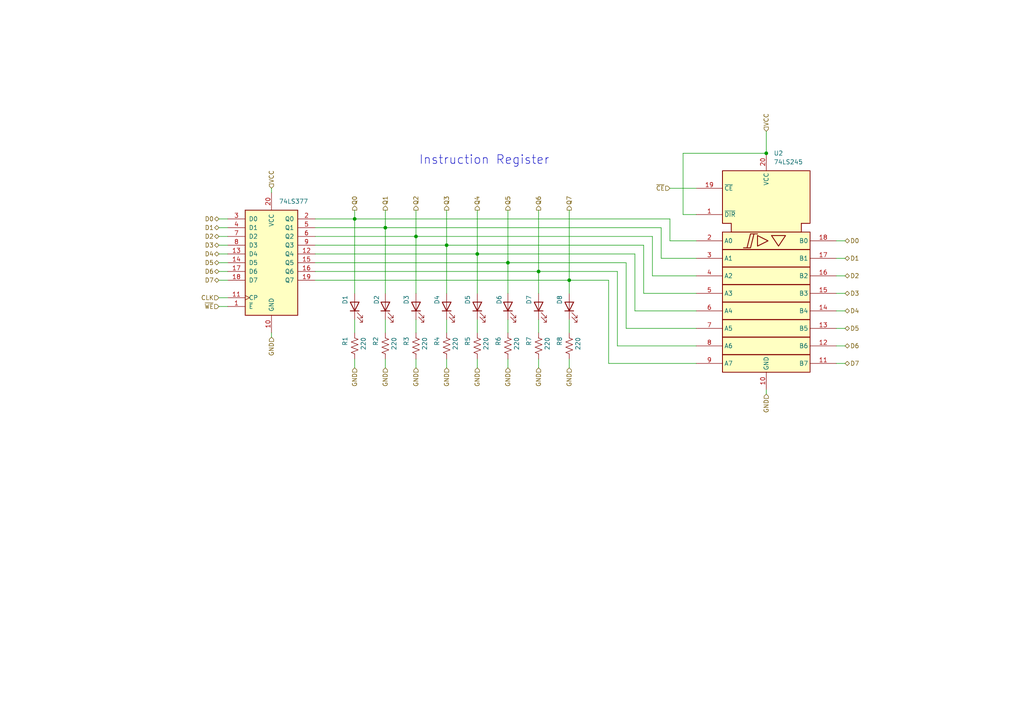
<source format=kicad_sch>
(kicad_sch (version 20250114) (generator "eeschema") (generator_version "9.0")
  (paper "A4")
  (title_block (title "Instruction Register") (date "2025-11-14") (rev "1.0") (company "Marco Vettigli"))
  (lib_symbols
    (symbol "74xx:74LS377" (pin_names (offset 1.016))
      (property "Reference" "U" (at -7.62 16.51 0))
      (property "Value" "74LS377" (at -7.62 -16.51 0))
      (symbol "74LS377_1_0"
        (pin input line (at -12.7 12.7 0) (length 5.08) (name "D0") (number "3"))
        (pin input line (at -12.7 10.16 0) (length 5.08) (name "D1") (number "4"))
        (pin input line (at -12.7 7.62 0) (length 5.08) (name "D2") (number "7"))
        (pin input line (at -12.7 5.08 0) (length 5.08) (name "D3") (number "8"))
        (pin input line (at -12.7 2.54 0) (length 5.08) (name "D4") (number "13"))
        (pin input line (at -12.7 0 0) (length 5.08) (name "D5") (number "14"))
        (pin input line (at -12.7 -2.54 0) (length 5.08) (name "D6") (number "17"))
        (pin input line (at -12.7 -5.08 0) (length 5.08) (name "D7") (number "18"))
        (pin input clock (at -12.7 -10.16 0) (length 5.08) (name "CP") (number "11"))
        (pin input line (at -12.7 -12.7 0) (length 5.08) (name "~{E}") (number "1"))
        (pin power_in line (at 0 20.32 270) (length 5.08) (name "VCC") (number "20"))
        (pin power_in line (at 0 -20.32 90) (length 5.08) (name "GND") (number "10"))
        (pin output line (at 12.7 12.7 180) (length 5.08) (name "Q0") (number "2"))
        (pin output line (at 12.7 10.16 180) (length 5.08) (name "Q1") (number "5"))
        (pin output line (at 12.7 7.62 180) (length 5.08) (name "Q2") (number "6"))
        (pin output line (at 12.7 5.08 180) (length 5.08) (name "Q3") (number "9"))
        (pin output line (at 12.7 2.54 180) (length 5.08) (name "Q4") (number "12"))
        (pin output line (at 12.7 0 180) (length 5.08) (name "Q5") (number "15"))
        (pin output line (at 12.7 -2.54 180) (length 5.08) (name "Q6") (number "16"))
        (pin output line (at 12.7 -5.08 180) (length 5.08) (name "Q7") (number "19"))
      )
      (symbol "74LS377_1_1"
        (rectangle (start -7.62 15.24) (end 7.62 -15.24) (stroke (width 0.254)) (fill (type background)))
      )
    )
    (symbol "74xx_IEEE:74LS245"
      (property "Reference" "U" (at 15.24 25.4 0))
      (property "Value" "74LS245" (at 5.08 -30.48 0))
      (symbol "74LS245_0_0"
        (polyline (pts (xy -6.604 10.668) (xy -4.572 10.668) (xy -3.556 14.732) (xy -2.54 14.732) (xy -4.572 14.732) (xy -5.588 10.668) (xy -5.588 10.668)) (stroke (width 0.254)) (fill (type background)))
        (polyline (pts (xy -2.54 14.224) (xy -2.54 11.176) (xy 0.508 12.7) (xy -2.54 14.224) (xy -2.54 14.224)) (stroke (width 0.254)) (fill (type background)))
        (polyline (pts (xy 1.524 14.224) (xy 5.588 14.224) (xy 3.556 11.176) (xy 1.524 14.224) (xy 1.524 14.224)) (stroke (width 0.254)) (fill (type background)))
        (pin power_in line (at 0 38.1 270) (length 5.08) (name "VCC") (number "20"))
        (pin power_in line (at 0 -30.48 90) (length 5.08) (name "GND") (number "10"))
      )
      (symbol "74LS245_0_1"
        (rectangle (start -12.7 15.24) (end 12.7 10.16) (stroke (width 0.254)) (fill (type background)))
        (rectangle (start -12.7 10.16) (end 12.7 5.08) (stroke (width 0.254)) (fill (type background)))
        (rectangle (start -12.7 5.08) (end 12.7 0) (stroke (width 0.254)) (fill (type background)))
        (rectangle (start -12.7 0) (end 12.7 -5.08) (stroke (width 0.254)) (fill (type background)))
        (rectangle (start -12.7 -5.08) (end 12.7 -10.16) (stroke (width 0.254)) (fill (type background)))
        (rectangle (start -12.7 -10.16) (end 12.7 -15.24) (stroke (width 0.254)) (fill (type background)))
        (rectangle (start -12.7 -15.24) (end 12.7 -20.32) (stroke (width 0.254)) (fill (type background)))
        (rectangle (start -12.7 -20.32) (end 12.7 -25.4) (stroke (width 0.254)) (fill (type background)))
        (polyline (pts (xy -10.16 15.24) (xy -10.16 17.78) (xy -12.7 17.78) (xy -12.7 33.02) (xy 12.7 33.02) (xy 12.7 17.78) (xy 10.16 17.78) (xy 10.16 15.24) (xy 10.16 15.24)) (stroke (width 0.254)) (fill (type background)))
      )
      (symbol "74LS245_1_1"
        (pin input line (at -20.32 27.94 0) (length 7.62) (name "~{CE}") (number "19"))
        (pin input line (at -20.32 20.32 0) (length 7.62) (name "~{DIR}") (number "1"))
        (pin tri_state line (at -20.32 12.7 0) (length 7.62) (name "A0") (number "2"))
        (pin tri_state line (at -20.32 7.62 0) (length 7.62) (name "A1") (number "3"))
        (pin tri_state line (at -20.32 2.54 0) (length 7.62) (name "A2") (number "4"))
        (pin tri_state line (at -20.32 -2.54 0) (length 7.62) (name "A3") (number "5"))
        (pin tri_state line (at -20.32 -7.62 0) (length 7.62) (name "A4") (number "6"))
        (pin tri_state line (at -20.32 -12.7 0) (length 7.62) (name "A5") (number "7"))
        (pin tri_state line (at -20.32 -17.78 0) (length 7.62) (name "A6") (number "8"))
        (pin tri_state line (at -20.32 -22.86 0) (length 7.62) (name "A7") (number "9"))
        (pin tri_state line (at 20.32 12.7 180) (length 7.62) (name "B0") (number "18"))
        (pin tri_state line (at 20.32 7.62 180) (length 7.62) (name "B1") (number "17"))
        (pin tri_state line (at 20.32 2.54 180) (length 7.62) (name "B2") (number "16"))
        (pin tri_state line (at 20.32 -2.54 180) (length 7.62) (name "B3") (number "15"))
        (pin tri_state line (at 20.32 -7.62 180) (length 7.62) (name "B4") (number "14"))
        (pin tri_state line (at 20.32 -12.7 180) (length 7.62) (name "B5") (number "13"))
        (pin tri_state line (at 20.32 -17.78 180) (length 7.62) (name "B6") (number "12"))
        (pin tri_state line (at 20.32 -22.86 180) (length 7.62) (name "B7") (number "11"))
      )
    )
    (symbol "Device:LED" (pin_numbers (hide yes)) (pin_names (offset 1.016) (hide yes))
      (property "Reference" "D" (at 0 2.54 0))
      (property "Value" "LED" (at 0 -2.54 0))
      (symbol "LED_0_1"
        (polyline (pts (xy -3.048 -0.762) (xy -4.572 -2.286) (xy -3.81 -2.286) (xy -4.572 -2.286) (xy -4.572 -1.524)))
        (polyline (pts (xy -1.778 -0.762) (xy -3.302 -2.286) (xy -2.54 -2.286) (xy -3.302 -2.286) (xy -3.302 -1.524)))
        (polyline (pts (xy -1.27 0) (xy 1.27 0)))
        (polyline (pts (xy -1.27 -1.27) (xy -1.27 1.27)) (stroke (width 0.254)))
        (polyline (pts (xy 1.27 -1.27) (xy 1.27 1.27) (xy -1.27 0) (xy 1.27 -1.27)) (stroke (width 0.254)))
      )
      (symbol "LED_1_1"
        (pin passive line (at -3.81 0 0) (length 2.54) (name "K") (number "1"))
        (pin passive line (at 3.81 0 180) (length 2.54) (name "A") (number "2"))
      )
    )
    (symbol "Device:R_US" (pin_numbers (hide yes)) (pin_names (offset 0))
      (property "Reference" "R" (at 2.54 0 90))
      (property "Value" "R_US" (at -2.54 0 90))
      (symbol "R_US_0_1"
        (polyline (pts (xy 0 2.286) (xy 0 2.54)))
        (polyline (pts (xy 0 2.286) (xy 1.016 1.905) (xy 0 1.524) (xy -1.016 1.143) (xy 0 0.762)))
        (polyline (pts (xy 0 0.762) (xy 1.016 0.381) (xy 0 0) (xy -1.016 -0.381) (xy 0 -0.762)))
        (polyline (pts (xy 0 -0.762) (xy 1.016 -1.143) (xy 0 -1.524) (xy -1.016 -1.905) (xy 0 -2.286)))
        (polyline (pts (xy 0 -2.286) (xy 0 -2.54)))
      )
      (symbol "R_US_1_1"
        (pin passive line (at 0 3.81 270) (length 1.27) (name "~") (number "1"))
        (pin passive line (at 0 -3.81 90) (length 1.27) (name "~") (number "2"))
      )
    )
  )
  (text "Instruction Register" (at 140.462 46.482 0) (effects (font (size 2.54 2.54))))
  (junction (at 165.1 81.28))
  (junction (at 102.87 63.5))
  (junction (at 111.76 66.04))
  (junction (at 147.32 76.2))
  (junction (at 138.43 73.66))
  (junction (at 120.65 68.58))
  (junction (at 156.21 78.74))
  (junction (at 222.25 44.45))
  (junction (at 129.54 71.12))
  (wire (pts (xy 222.25 38.1) (xy 222.25 44.45)))
  (wire (pts (xy 147.32 106.68) (xy 147.32 104.14)))
  (wire (pts (xy 194.31 54.61) (xy 201.93 54.61)))
  (wire (pts (xy 156.21 78.74) (xy 179.07 78.74)))
  (wire (pts (xy 63.5 73.66) (xy 66.04 73.66)))
  (wire (pts (xy 138.43 60.96) (xy 138.43 73.66)))
  (wire (pts (xy 242.57 85.09) (xy 245.11 85.09)))
  (wire (pts (xy 242.57 74.93) (xy 245.11 74.93)))
  (wire (pts (xy 189.23 80.01) (xy 201.93 80.01)))
  (wire (pts (xy 91.44 68.58) (xy 120.65 68.58)))
  (wire (pts (xy 102.87 63.5) (xy 194.31 63.5)))
  (wire (pts (xy 91.44 76.2) (xy 147.32 76.2)))
  (wire (pts (xy 147.32 76.2) (xy 147.32 85.09)))
  (wire (pts (xy 147.32 76.2) (xy 181.61 76.2)))
  (wire (pts (xy 242.57 100.33) (xy 245.11 100.33)))
  (wire (pts (xy 63.5 63.5) (xy 66.04 63.5)))
  (wire (pts (xy 138.43 73.66) (xy 184.15 73.66)))
  (wire (pts (xy 156.21 96.52) (xy 156.21 92.71)))
  (wire (pts (xy 102.87 60.96) (xy 102.87 63.5)))
  (wire (pts (xy 165.1 81.28) (xy 165.1 85.09)))
  (wire (pts (xy 147.32 60.96) (xy 147.32 76.2)))
  (wire (pts (xy 91.44 63.5) (xy 102.87 63.5)))
  (wire (pts (xy 186.69 71.12) (xy 186.69 85.09)))
  (wire (pts (xy 102.87 96.52) (xy 102.87 92.71)))
  (wire (pts (xy 184.15 90.17) (xy 201.93 90.17)))
  (wire (pts (xy 181.61 76.2) (xy 181.61 95.25)))
  (wire (pts (xy 184.15 73.66) (xy 184.15 90.17)))
  (wire (pts (xy 129.54 71.12) (xy 129.54 85.09)))
  (wire (pts (xy 91.44 66.04) (xy 111.76 66.04)))
  (wire (pts (xy 147.32 96.52) (xy 147.32 92.71)))
  (wire (pts (xy 102.87 106.68) (xy 102.87 104.14)))
  (wire (pts (xy 194.31 69.85) (xy 201.93 69.85)))
  (wire (pts (xy 242.57 90.17) (xy 245.11 90.17)))
  (wire (pts (xy 156.21 106.68) (xy 156.21 104.14)))
  (wire (pts (xy 63.5 68.58) (xy 66.04 68.58)))
  (wire (pts (xy 120.65 96.52) (xy 120.65 92.71)))
  (wire (pts (xy 63.5 71.12) (xy 66.04 71.12)))
  (wire (pts (xy 111.76 66.04) (xy 191.77 66.04)))
  (wire (pts (xy 78.74 96.52) (xy 78.74 97.79)))
  (wire (pts (xy 129.54 106.68) (xy 129.54 104.14)))
  (wire (pts (xy 242.57 105.41) (xy 245.11 105.41)))
  (wire (pts (xy 63.5 78.74) (xy 66.04 78.74)))
  (wire (pts (xy 111.76 66.04) (xy 111.76 85.09)))
  (wire (pts (xy 129.54 71.12) (xy 186.69 71.12)))
  (wire (pts (xy 120.65 68.58) (xy 120.65 85.09)))
  (wire (pts (xy 129.54 96.52) (xy 129.54 92.71)))
  (wire (pts (xy 242.57 80.01) (xy 245.11 80.01)))
  (wire (pts (xy 129.54 60.96) (xy 129.54 71.12)))
  (wire (pts (xy 179.07 100.33) (xy 201.93 100.33)))
  (wire (pts (xy 63.5 88.9) (xy 66.04 88.9)))
  (wire (pts (xy 198.12 44.45) (xy 198.12 62.23)))
  (wire (pts (xy 191.77 74.93) (xy 201.93 74.93)))
  (wire (pts (xy 91.44 78.74) (xy 156.21 78.74)))
  (wire (pts (xy 176.53 105.41) (xy 201.93 105.41)))
  (wire (pts (xy 120.65 68.58) (xy 189.23 68.58)))
  (wire (pts (xy 222.25 113.03) (xy 222.25 114.3)))
  (wire (pts (xy 198.12 62.23) (xy 201.93 62.23)))
  (wire (pts (xy 63.5 76.2) (xy 66.04 76.2)))
  (wire (pts (xy 63.5 66.04) (xy 66.04 66.04)))
  (wire (pts (xy 156.21 78.74) (xy 156.21 85.09)))
  (wire (pts (xy 138.43 96.52) (xy 138.43 92.71)))
  (wire (pts (xy 194.31 63.5) (xy 194.31 69.85)))
  (wire (pts (xy 165.1 60.96) (xy 165.1 81.28)))
  (wire (pts (xy 138.43 73.66) (xy 138.43 85.09)))
  (wire (pts (xy 222.25 44.45) (xy 198.12 44.45)))
  (wire (pts (xy 111.76 96.52) (xy 111.76 92.71)))
  (wire (pts (xy 176.53 81.28) (xy 176.53 105.41)))
  (wire (pts (xy 186.69 85.09) (xy 201.93 85.09)))
  (wire (pts (xy 111.76 106.68) (xy 111.76 104.14)))
  (wire (pts (xy 242.57 69.85) (xy 245.11 69.85)))
  (wire (pts (xy 63.5 86.36) (xy 66.04 86.36)))
  (wire (pts (xy 189.23 68.58) (xy 189.23 80.01)))
  (wire (pts (xy 242.57 95.25) (xy 245.11 95.25)))
  (wire (pts (xy 165.1 81.28) (xy 176.53 81.28)))
  (wire (pts (xy 191.77 66.04) (xy 191.77 74.93)))
  (wire (pts (xy 111.76 60.96) (xy 111.76 66.04)))
  (wire (pts (xy 179.07 78.74) (xy 179.07 100.33)))
  (wire (pts (xy 63.5 81.28) (xy 66.04 81.28)))
  (wire (pts (xy 102.87 63.5) (xy 102.87 85.09)))
  (wire (pts (xy 156.21 60.96) (xy 156.21 78.74)))
  (wire (pts (xy 78.74 54.61) (xy 78.74 55.88)))
  (wire (pts (xy 165.1 96.52) (xy 165.1 92.71)))
  (wire (pts (xy 91.44 81.28) (xy 165.1 81.28)))
  (wire (pts (xy 138.43 106.68) (xy 138.43 104.14)))
  (wire (pts (xy 165.1 106.68) (xy 165.1 104.14)))
  (wire (pts (xy 181.61 95.25) (xy 201.93 95.25)))
  (wire (pts (xy 91.44 71.12) (xy 129.54 71.12)))
  (wire (pts (xy 120.65 106.68) (xy 120.65 104.14)))
  (wire (pts (xy 120.65 60.96) (xy 120.65 68.58)))
  (wire (pts (xy 91.44 73.66) (xy 138.43 73.66)))
  (hierarchical_label "GND" (shape input) (at 165.1 106.68 270))
  (hierarchical_label "Q3" (shape output) (at 129.54 60.96 90))
  (hierarchical_label "GND" (shape input) (at 138.43 106.68 270))
  (hierarchical_label "~{CE}" (shape input) (at 194.31 54.61 180))
  (hierarchical_label "D3" (shape tri_state) (at 245.11 85.09 0))
  (hierarchical_label "Q0" (shape output) (at 102.87 60.96 90))
  (hierarchical_label "GND" (shape input) (at 129.54 106.68 270))
  (hierarchical_label "D7" (shape tri_state) (at 245.11 105.41 0))
  (hierarchical_label "GND" (shape input) (at 156.21 106.68 270))
  (hierarchical_label "Q7" (shape output) (at 165.1 60.96 90))
  (hierarchical_label "D2" (shape tri_state) (at 245.11 80.01 0))
  (hierarchical_label "~{WE}" (shape input) (at 63.5 88.9 180))
  (hierarchical_label "Q1" (shape output) (at 111.76 60.96 90))
  (hierarchical_label "Q2" (shape output) (at 120.65 60.96 90))
  (hierarchical_label "Q6" (shape output) (at 156.21 60.96 90))
  (hierarchical_label "D3" (shape tri_state) (at 63.5 71.12 180))
  (hierarchical_label "VCC" (shape input) (at 222.25 38.1 90))
  (hierarchical_label "GND" (shape input) (at 222.25 114.3 270))
  (hierarchical_label "D0" (shape tri_state) (at 245.11 69.85 0))
  (hierarchical_label "Q5" (shape output) (at 147.32 60.96 90))
  (hierarchical_label "D1" (shape tri_state) (at 63.5 66.04 180))
  (hierarchical_label "GND" (shape input) (at 120.65 106.68 270))
  (hierarchical_label "Q4" (shape output) (at 138.43 60.96 90))
  (hierarchical_label "GND" (shape input) (at 147.32 106.68 270))
  (hierarchical_label "GND" (shape input) (at 111.76 106.68 270))
  (hierarchical_label "D5" (shape tri_state) (at 245.11 95.25 0))
  (hierarchical_label "D4" (shape tri_state) (at 245.11 90.17 0))
  (hierarchical_label "D2" (shape tri_state) (at 63.5 68.58 180))
  (hierarchical_label "D5" (shape tri_state) (at 63.5 76.2 180))
  (hierarchical_label "GND" (shape input) (at 78.74 97.79 270))
  (hierarchical_label "D0" (shape tri_state) (at 63.5 63.5 180))
  (hierarchical_label "D4" (shape tri_state) (at 63.5 73.66 180))
  (hierarchical_label "D1" (shape tri_state) (at 245.11 74.93 0))
  (hierarchical_label "GND" (shape input) (at 102.87 106.68 270))
  (hierarchical_label "D7" (shape tri_state) (at 63.5 81.28 180))
  (hierarchical_label "CLK" (shape input) (at 63.5 86.36 180))
  (hierarchical_label "D6" (shape tri_state) (at 63.5 78.74 180))
  (hierarchical_label "D6" (shape tri_state) (at 245.11 100.33 0))
  (hierarchical_label "VCC" (shape input) (at 78.74 54.61 90))
  (symbol (lib_id "Device:R_US") (at 111.76 100.33 0) (unit 1)
    (property "Reference" "R2" (at 108.966 100.33 90) (effects (justify left)))
    (property "Value" "220" (at 114.3 101.5999 90) (effects (justify left)))
    (property "Footprint" "Resistor_THT:R_Axial_DIN0207_L6.3mm_D2.5mm_P10.16mm_Horizontal" (effects (hide yes)))
    (property "Description" "Resistor, US symbol" (effects (hide yes)))
  )
  (symbol (lib_id "Device:LED") (at 165.1 88.9 90) (unit 1)
    (property "Reference" "D8" (at 162.306 85.598 0) (effects (justify right)))
    (property "Value" "RED" (effects (hide yes)))
    (property "Footprint" "LED_THT:LED_D3.0mm" (effects (hide yes)))
    (property "Description" "Light emitting diode" (effects (hide yes)))
    (property "Sim.Pins" "1=K 2=A" (effects (hide yes)))
  )
  (symbol (lib_id "Device:LED") (at 138.43 88.9 90) (unit 1)
    (property "Reference" "D5" (at 135.636 85.598 0) (effects (justify right)))
    (property "Value" "RED" (effects (hide yes)))
    (property "Footprint" "LED_THT:LED_D3.0mm" (effects (hide yes)))
    (property "Description" "Light emitting diode" (effects (hide yes)))
    (property "Sim.Pins" "1=K 2=A" (effects (hide yes)))
  )
  (symbol (lib_id "Device:R_US") (at 102.87 100.33 0) (unit 1)
    (property "Reference" "R1" (at 100.076 100.33 90) (effects (justify left)))
    (property "Value" "220" (at 105.41 101.5999 90) (effects (justify left)))
    (property "Footprint" "Resistor_THT:R_Axial_DIN0207_L6.3mm_D2.5mm_P10.16mm_Horizontal" (effects (hide yes)))
    (property "Description" "Resistor, US symbol" (effects (hide yes)))
  )
  (symbol (lib_id "Device:R_US") (at 129.54 100.33 0) (unit 1)
    (property "Reference" "R4" (at 126.746 100.33 90) (effects (justify left)))
    (property "Value" "220" (at 132.08 101.5999 90) (effects (justify left)))
    (property "Footprint" "Resistor_THT:R_Axial_DIN0207_L6.3mm_D2.5mm_P10.16mm_Horizontal" (effects (hide yes)))
    (property "Description" "Resistor, US symbol" (effects (hide yes)))
  )
  (symbol (lib_id "Device:R_US") (at 147.32 100.33 0) (unit 1)
    (property "Reference" "R6" (at 144.526 100.33 90) (effects (justify left)))
    (property "Value" "220" (at 149.86 101.5999 90) (effects (justify left)))
    (property "Footprint" "Resistor_THT:R_Axial_DIN0207_L6.3mm_D2.5mm_P10.16mm_Horizontal" (effects (hide yes)))
    (property "Description" "Resistor, US symbol" (effects (hide yes)))
  )
  (symbol (lib_id "Device:R_US") (at 156.21 100.33 0) (unit 1)
    (property "Reference" "R7" (at 153.416 100.33 90) (effects (justify left)))
    (property "Value" "220" (at 158.75 101.5999 90) (effects (justify left)))
    (property "Footprint" "Resistor_THT:R_Axial_DIN0207_L6.3mm_D2.5mm_P10.16mm_Horizontal" (effects (hide yes)))
    (property "Description" "Resistor, US symbol" (effects (hide yes)))
  )
  (symbol (lib_id "Device:LED") (at 147.32 88.9 90) (unit 1)
    (property "Reference" "D6" (at 144.78 85.598 0) (effects (justify right)))
    (property "Value" "RED" (effects (hide yes)))
    (property "Footprint" "LED_THT:LED_D3.0mm" (effects (hide yes)))
    (property "Description" "Light emitting diode" (effects (hide yes)))
    (property "Sim.Pins" "1=K 2=A" (effects (hide yes)))
  )
  (symbol (lib_id "Device:R_US") (at 138.43 100.33 0) (unit 1)
    (property "Reference" "R5" (at 135.636 100.33 90) (effects (justify left)))
    (property "Value" "220" (at 140.97 101.5999 90) (effects (justify left)))
    (property "Footprint" "Resistor_THT:R_Axial_DIN0207_L6.3mm_D2.5mm_P10.16mm_Horizontal" (effects (hide yes)))
    (property "Description" "Resistor, US symbol" (effects (hide yes)))
  )
  (symbol (lib_id "Device:LED") (at 129.54 88.9 90) (unit 1)
    (property "Reference" "D4" (at 126.746 85.598 0) (effects (justify right)))
    (property "Value" "RED" (effects (hide yes)))
    (property "Footprint" "LED_THT:LED_D3.0mm" (effects (hide yes)))
    (property "Description" "Light emitting diode" (effects (hide yes)))
    (property "Sim.Pins" "1=K 2=A" (effects (hide yes)))
  )
  (symbol (lib_id "Device:R_US") (at 165.1 100.33 0) (unit 1)
    (property "Reference" "R8" (at 162.306 100.33 90) (effects (justify left)))
    (property "Value" "220" (at 167.64 101.5999 90) (effects (justify left)))
    (property "Footprint" "Resistor_THT:R_Axial_DIN0207_L6.3mm_D2.5mm_P10.16mm_Horizontal" (effects (hide yes)))
    (property "Description" "Resistor, US symbol" (effects (hide yes)))
  )
  (symbol (lib_id "74xx_IEEE:74LS245") (at 222.25 82.55 0) (unit 1)
    (property "Reference" "U2" (at 224.3933 44.45 0) (effects (justify left)))
    (property "Value" "74LS245" (at 224.3933 46.99 0) (effects (justify left)))
    (property "Footprint" "Package_DIP:DIP-20_W7.62mm" (effects (hide yes)))
  )
  (symbol (lib_id "Device:LED") (at 120.65 88.9 90) (unit 1)
    (property "Reference" "D3" (at 117.856 85.598 0) (effects (justify right)))
    (property "Value" "RED" (effects (hide yes)))
    (property "Footprint" "LED_THT:LED_D3.0mm" (effects (hide yes)))
    (property "Description" "Light emitting diode" (effects (hide yes)))
    (property "Sim.Pins" "1=K 2=A" (effects (hide yes)))
  )
  (symbol (lib_id "Device:LED") (at 102.87 88.9 90) (unit 1)
    (property "Reference" "D1" (at 100.076 85.598 0) (effects (justify right)))
    (property "Value" "RED" (effects (hide yes)))
    (property "Footprint" "LED_THT:LED_D3.0mm" (effects (hide yes)))
    (property "Description" "Light emitting diode" (effects (hide yes)))
    (property "Sim.Pins" "1=K 2=A" (effects (hide yes)))
  )
  (symbol (lib_id "Device:R_US") (at 120.65 100.33 0) (unit 1)
    (property "Reference" "R3" (at 117.856 100.33 90) (effects (justify left)))
    (property "Value" "220" (at 123.19 101.5999 90) (effects (justify left)))
    (property "Footprint" "Resistor_THT:R_Axial_DIN0207_L6.3mm_D2.5mm_P10.16mm_Horizontal" (effects (hide yes)))
    (property "Description" "Resistor, US symbol" (effects (hide yes)))
  )
  (symbol (lib_id "74xx:74LS377") (at 78.74 76.2 0) (unit 1)
    (property "Reference" "U1" (effects (hide yes)))
    (property "Value" "74LS377" (at 80.8833 58.42 0) (effects (justify left)))
    (property "Footprint" "Package_DIP:DIP-20_W7.62mm" (effects (hide yes)))
    (property "Datasheet" "http://www.ti.com/lit/gpn/sn74LS377" (effects (hide yes)))
    (property "Description" "8-bit Register" (effects (hide yes)))
  )
  (symbol (lib_id "Device:LED") (at 156.21 88.9 90) (unit 1)
    (property "Reference" "D7" (at 153.416 85.598 0) (effects (justify right)))
    (property "Value" "RED" (effects (hide yes)))
    (property "Footprint" "LED_THT:LED_D3.0mm" (effects (hide yes)))
    (property "Description" "Light emitting diode" (effects (hide yes)))
    (property "Sim.Pins" "1=K 2=A" (effects (hide yes)))
  )
  (symbol (lib_id "Device:LED") (at 111.76 88.9 90) (unit 1)
    (property "Reference" "D2" (at 109.22 85.598 0) (effects (justify right)))
    (property "Value" "RED" (effects (hide yes)))
    (property "Footprint" "LED_THT:LED_D3.0mm" (effects (hide yes)))
    (property "Description" "Light emitting diode" (effects (hide yes)))
    (property "Sim.Pins" "1=K 2=A" (effects (hide yes)))
  )
)
</source>
